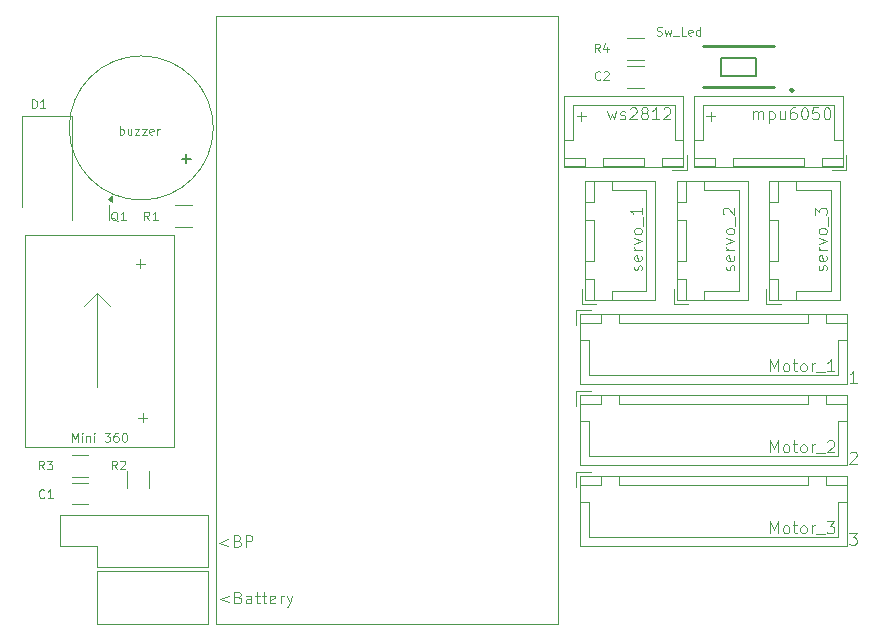
<source format=gbr>
%TF.GenerationSoftware,KiCad,Pcbnew,8.0.4*%
%TF.CreationDate,2024-11-11T23:36:28+01:00*%
%TF.ProjectId,Self balancing cube,53656c66-2062-4616-9c61-6e63696e6720,rev?*%
%TF.SameCoordinates,Original*%
%TF.FileFunction,Legend,Top*%
%TF.FilePolarity,Positive*%
%FSLAX46Y46*%
G04 Gerber Fmt 4.6, Leading zero omitted, Abs format (unit mm)*
G04 Created by KiCad (PCBNEW 8.0.4) date 2024-11-11 23:36:28*
%MOMM*%
%LPD*%
G01*
G04 APERTURE LIST*
%ADD10C,0.100000*%
%ADD11C,0.150000*%
%ADD12C,0.120000*%
%ADD13C,0.254000*%
%ADD14C,0.127000*%
G04 APERTURE END LIST*
D10*
X129794000Y-115316000D02*
X120446800Y-115316000D01*
X120446800Y-113538000D01*
X117246400Y-113538000D01*
X117246400Y-110896400D01*
X129794000Y-110896400D01*
X129794000Y-115316000D01*
X120446800Y-92100400D02*
X121513600Y-93167200D01*
X120446800Y-92100400D02*
X119329200Y-93218000D01*
X120446800Y-100076000D02*
X120446800Y-92100400D01*
X120446800Y-115671600D02*
X129794000Y-115671600D01*
X129794000Y-120142000D01*
X120446800Y-120142000D01*
X120446800Y-115671600D01*
X184739293Y-99699219D02*
X184167865Y-99699219D01*
X184453579Y-99699219D02*
X184453579Y-98699219D01*
X184453579Y-98699219D02*
X184358341Y-98842076D01*
X184358341Y-98842076D02*
X184263103Y-98937314D01*
X184263103Y-98937314D02*
X184167865Y-98984933D01*
X184117046Y-112415219D02*
X184736093Y-112415219D01*
X184736093Y-112415219D02*
X184402760Y-112796171D01*
X184402760Y-112796171D02*
X184545617Y-112796171D01*
X184545617Y-112796171D02*
X184640855Y-112843790D01*
X184640855Y-112843790D02*
X184688474Y-112891409D01*
X184688474Y-112891409D02*
X184736093Y-112986647D01*
X184736093Y-112986647D02*
X184736093Y-113224742D01*
X184736093Y-113224742D02*
X184688474Y-113319980D01*
X184688474Y-113319980D02*
X184640855Y-113367600D01*
X184640855Y-113367600D02*
X184545617Y-113415219D01*
X184545617Y-113415219D02*
X184259903Y-113415219D01*
X184259903Y-113415219D02*
X184164665Y-113367600D01*
X184164665Y-113367600D02*
X184117046Y-113319980D01*
X172007484Y-77159666D02*
X172769389Y-77159666D01*
X172388436Y-77540619D02*
X172388436Y-76778714D01*
X174322800Y-90167734D02*
X174370419Y-90072496D01*
X174370419Y-90072496D02*
X174370419Y-89882020D01*
X174370419Y-89882020D02*
X174322800Y-89786782D01*
X174322800Y-89786782D02*
X174227561Y-89739163D01*
X174227561Y-89739163D02*
X174179942Y-89739163D01*
X174179942Y-89739163D02*
X174084704Y-89786782D01*
X174084704Y-89786782D02*
X174037085Y-89882020D01*
X174037085Y-89882020D02*
X174037085Y-90024877D01*
X174037085Y-90024877D02*
X173989466Y-90120115D01*
X173989466Y-90120115D02*
X173894228Y-90167734D01*
X173894228Y-90167734D02*
X173846609Y-90167734D01*
X173846609Y-90167734D02*
X173751371Y-90120115D01*
X173751371Y-90120115D02*
X173703752Y-90024877D01*
X173703752Y-90024877D02*
X173703752Y-89882020D01*
X173703752Y-89882020D02*
X173751371Y-89786782D01*
X174322800Y-88929639D02*
X174370419Y-89024877D01*
X174370419Y-89024877D02*
X174370419Y-89215353D01*
X174370419Y-89215353D02*
X174322800Y-89310591D01*
X174322800Y-89310591D02*
X174227561Y-89358210D01*
X174227561Y-89358210D02*
X173846609Y-89358210D01*
X173846609Y-89358210D02*
X173751371Y-89310591D01*
X173751371Y-89310591D02*
X173703752Y-89215353D01*
X173703752Y-89215353D02*
X173703752Y-89024877D01*
X173703752Y-89024877D02*
X173751371Y-88929639D01*
X173751371Y-88929639D02*
X173846609Y-88882020D01*
X173846609Y-88882020D02*
X173941847Y-88882020D01*
X173941847Y-88882020D02*
X174037085Y-89358210D01*
X174370419Y-88453448D02*
X173703752Y-88453448D01*
X173894228Y-88453448D02*
X173798990Y-88405829D01*
X173798990Y-88405829D02*
X173751371Y-88358210D01*
X173751371Y-88358210D02*
X173703752Y-88262972D01*
X173703752Y-88262972D02*
X173703752Y-88167734D01*
X173703752Y-87929638D02*
X174370419Y-87691543D01*
X174370419Y-87691543D02*
X173703752Y-87453448D01*
X174370419Y-86929638D02*
X174322800Y-87024876D01*
X174322800Y-87024876D02*
X174275180Y-87072495D01*
X174275180Y-87072495D02*
X174179942Y-87120114D01*
X174179942Y-87120114D02*
X173894228Y-87120114D01*
X173894228Y-87120114D02*
X173798990Y-87072495D01*
X173798990Y-87072495D02*
X173751371Y-87024876D01*
X173751371Y-87024876D02*
X173703752Y-86929638D01*
X173703752Y-86929638D02*
X173703752Y-86786781D01*
X173703752Y-86786781D02*
X173751371Y-86691543D01*
X173751371Y-86691543D02*
X173798990Y-86643924D01*
X173798990Y-86643924D02*
X173894228Y-86596305D01*
X173894228Y-86596305D02*
X174179942Y-86596305D01*
X174179942Y-86596305D02*
X174275180Y-86643924D01*
X174275180Y-86643924D02*
X174322800Y-86691543D01*
X174322800Y-86691543D02*
X174370419Y-86786781D01*
X174370419Y-86786781D02*
X174370419Y-86929638D01*
X174465657Y-86405829D02*
X174465657Y-85643924D01*
X173465657Y-85453447D02*
X173418038Y-85405828D01*
X173418038Y-85405828D02*
X173370419Y-85310590D01*
X173370419Y-85310590D02*
X173370419Y-85072495D01*
X173370419Y-85072495D02*
X173418038Y-84977257D01*
X173418038Y-84977257D02*
X173465657Y-84929638D01*
X173465657Y-84929638D02*
X173560895Y-84882019D01*
X173560895Y-84882019D02*
X173656133Y-84882019D01*
X173656133Y-84882019D02*
X173798990Y-84929638D01*
X173798990Y-84929638D02*
X174370419Y-85501066D01*
X174370419Y-85501066D02*
X174370419Y-84882019D01*
X131570989Y-117722152D02*
X130809084Y-118007866D01*
X130809084Y-118007866D02*
X131570989Y-118293580D01*
X132380512Y-117865009D02*
X132523369Y-117912628D01*
X132523369Y-117912628D02*
X132570988Y-117960247D01*
X132570988Y-117960247D02*
X132618607Y-118055485D01*
X132618607Y-118055485D02*
X132618607Y-118198342D01*
X132618607Y-118198342D02*
X132570988Y-118293580D01*
X132570988Y-118293580D02*
X132523369Y-118341200D01*
X132523369Y-118341200D02*
X132428131Y-118388819D01*
X132428131Y-118388819D02*
X132047179Y-118388819D01*
X132047179Y-118388819D02*
X132047179Y-117388819D01*
X132047179Y-117388819D02*
X132380512Y-117388819D01*
X132380512Y-117388819D02*
X132475750Y-117436438D01*
X132475750Y-117436438D02*
X132523369Y-117484057D01*
X132523369Y-117484057D02*
X132570988Y-117579295D01*
X132570988Y-117579295D02*
X132570988Y-117674533D01*
X132570988Y-117674533D02*
X132523369Y-117769771D01*
X132523369Y-117769771D02*
X132475750Y-117817390D01*
X132475750Y-117817390D02*
X132380512Y-117865009D01*
X132380512Y-117865009D02*
X132047179Y-117865009D01*
X133475750Y-118388819D02*
X133475750Y-117865009D01*
X133475750Y-117865009D02*
X133428131Y-117769771D01*
X133428131Y-117769771D02*
X133332893Y-117722152D01*
X133332893Y-117722152D02*
X133142417Y-117722152D01*
X133142417Y-117722152D02*
X133047179Y-117769771D01*
X133475750Y-118341200D02*
X133380512Y-118388819D01*
X133380512Y-118388819D02*
X133142417Y-118388819D01*
X133142417Y-118388819D02*
X133047179Y-118341200D01*
X133047179Y-118341200D02*
X132999560Y-118245961D01*
X132999560Y-118245961D02*
X132999560Y-118150723D01*
X132999560Y-118150723D02*
X133047179Y-118055485D01*
X133047179Y-118055485D02*
X133142417Y-118007866D01*
X133142417Y-118007866D02*
X133380512Y-118007866D01*
X133380512Y-118007866D02*
X133475750Y-117960247D01*
X133809084Y-117722152D02*
X134190036Y-117722152D01*
X133951941Y-117388819D02*
X133951941Y-118245961D01*
X133951941Y-118245961D02*
X133999560Y-118341200D01*
X133999560Y-118341200D02*
X134094798Y-118388819D01*
X134094798Y-118388819D02*
X134190036Y-118388819D01*
X134380513Y-117722152D02*
X134761465Y-117722152D01*
X134523370Y-117388819D02*
X134523370Y-118245961D01*
X134523370Y-118245961D02*
X134570989Y-118341200D01*
X134570989Y-118341200D02*
X134666227Y-118388819D01*
X134666227Y-118388819D02*
X134761465Y-118388819D01*
X135475751Y-118341200D02*
X135380513Y-118388819D01*
X135380513Y-118388819D02*
X135190037Y-118388819D01*
X135190037Y-118388819D02*
X135094799Y-118341200D01*
X135094799Y-118341200D02*
X135047180Y-118245961D01*
X135047180Y-118245961D02*
X135047180Y-117865009D01*
X135047180Y-117865009D02*
X135094799Y-117769771D01*
X135094799Y-117769771D02*
X135190037Y-117722152D01*
X135190037Y-117722152D02*
X135380513Y-117722152D01*
X135380513Y-117722152D02*
X135475751Y-117769771D01*
X135475751Y-117769771D02*
X135523370Y-117865009D01*
X135523370Y-117865009D02*
X135523370Y-117960247D01*
X135523370Y-117960247D02*
X135047180Y-118055485D01*
X135951942Y-118388819D02*
X135951942Y-117722152D01*
X135951942Y-117912628D02*
X135999561Y-117817390D01*
X135999561Y-117817390D02*
X136047180Y-117769771D01*
X136047180Y-117769771D02*
X136142418Y-117722152D01*
X136142418Y-117722152D02*
X136237656Y-117722152D01*
X136475752Y-117722152D02*
X136713847Y-118388819D01*
X136951942Y-117722152D02*
X136713847Y-118388819D01*
X136713847Y-118388819D02*
X136618609Y-118626914D01*
X136618609Y-118626914D02*
X136570990Y-118674533D01*
X136570990Y-118674533D02*
X136475752Y-118722152D01*
X162978931Y-71734214D02*
X162728931Y-71377071D01*
X162550360Y-71734214D02*
X162550360Y-70984214D01*
X162550360Y-70984214D02*
X162836074Y-70984214D01*
X162836074Y-70984214D02*
X162907503Y-71019928D01*
X162907503Y-71019928D02*
X162943217Y-71055642D01*
X162943217Y-71055642D02*
X162978931Y-71127071D01*
X162978931Y-71127071D02*
X162978931Y-71234214D01*
X162978931Y-71234214D02*
X162943217Y-71305642D01*
X162943217Y-71305642D02*
X162907503Y-71341357D01*
X162907503Y-71341357D02*
X162836074Y-71377071D01*
X162836074Y-71377071D02*
X162550360Y-71377071D01*
X163621789Y-71234214D02*
X163621789Y-71734214D01*
X163443217Y-70948500D02*
X163264646Y-71484214D01*
X163264646Y-71484214D02*
X163728931Y-71484214D01*
X122084931Y-107040214D02*
X121834931Y-106683071D01*
X121656360Y-107040214D02*
X121656360Y-106290214D01*
X121656360Y-106290214D02*
X121942074Y-106290214D01*
X121942074Y-106290214D02*
X122013503Y-106325928D01*
X122013503Y-106325928D02*
X122049217Y-106361642D01*
X122049217Y-106361642D02*
X122084931Y-106433071D01*
X122084931Y-106433071D02*
X122084931Y-106540214D01*
X122084931Y-106540214D02*
X122049217Y-106611642D01*
X122049217Y-106611642D02*
X122013503Y-106647357D01*
X122013503Y-106647357D02*
X121942074Y-106683071D01*
X121942074Y-106683071D02*
X121656360Y-106683071D01*
X122370646Y-106361642D02*
X122406360Y-106325928D01*
X122406360Y-106325928D02*
X122477789Y-106290214D01*
X122477789Y-106290214D02*
X122656360Y-106290214D01*
X122656360Y-106290214D02*
X122727789Y-106325928D01*
X122727789Y-106325928D02*
X122763503Y-106361642D01*
X122763503Y-106361642D02*
X122799217Y-106433071D01*
X122799217Y-106433071D02*
X122799217Y-106504500D01*
X122799217Y-106504500D02*
X122763503Y-106611642D01*
X122763503Y-106611642D02*
X122334931Y-107040214D01*
X122334931Y-107040214D02*
X122799217Y-107040214D01*
X167797846Y-70276100D02*
X167904989Y-70311814D01*
X167904989Y-70311814D02*
X168083560Y-70311814D01*
X168083560Y-70311814D02*
X168154989Y-70276100D01*
X168154989Y-70276100D02*
X168190703Y-70240385D01*
X168190703Y-70240385D02*
X168226417Y-70168957D01*
X168226417Y-70168957D02*
X168226417Y-70097528D01*
X168226417Y-70097528D02*
X168190703Y-70026100D01*
X168190703Y-70026100D02*
X168154989Y-69990385D01*
X168154989Y-69990385D02*
X168083560Y-69954671D01*
X168083560Y-69954671D02*
X167940703Y-69918957D01*
X167940703Y-69918957D02*
X167869274Y-69883242D01*
X167869274Y-69883242D02*
X167833560Y-69847528D01*
X167833560Y-69847528D02*
X167797846Y-69776100D01*
X167797846Y-69776100D02*
X167797846Y-69704671D01*
X167797846Y-69704671D02*
X167833560Y-69633242D01*
X167833560Y-69633242D02*
X167869274Y-69597528D01*
X167869274Y-69597528D02*
X167940703Y-69561814D01*
X167940703Y-69561814D02*
X168119274Y-69561814D01*
X168119274Y-69561814D02*
X168226417Y-69597528D01*
X168476417Y-69811814D02*
X168619275Y-70311814D01*
X168619275Y-70311814D02*
X168762132Y-69954671D01*
X168762132Y-69954671D02*
X168904989Y-70311814D01*
X168904989Y-70311814D02*
X169047846Y-69811814D01*
X169154989Y-70383242D02*
X169726417Y-70383242D01*
X170262132Y-70311814D02*
X169904989Y-70311814D01*
X169904989Y-70311814D02*
X169904989Y-69561814D01*
X170797846Y-70276100D02*
X170726418Y-70311814D01*
X170726418Y-70311814D02*
X170583561Y-70311814D01*
X170583561Y-70311814D02*
X170512132Y-70276100D01*
X170512132Y-70276100D02*
X170476418Y-70204671D01*
X170476418Y-70204671D02*
X170476418Y-69918957D01*
X170476418Y-69918957D02*
X170512132Y-69847528D01*
X170512132Y-69847528D02*
X170583561Y-69811814D01*
X170583561Y-69811814D02*
X170726418Y-69811814D01*
X170726418Y-69811814D02*
X170797846Y-69847528D01*
X170797846Y-69847528D02*
X170833561Y-69918957D01*
X170833561Y-69918957D02*
X170833561Y-69990385D01*
X170833561Y-69990385D02*
X170476418Y-70061814D01*
X171476418Y-70311814D02*
X171476418Y-69561814D01*
X171476418Y-70276100D02*
X171404989Y-70311814D01*
X171404989Y-70311814D02*
X171262132Y-70311814D01*
X171262132Y-70311814D02*
X171190703Y-70276100D01*
X171190703Y-70276100D02*
X171154989Y-70240385D01*
X171154989Y-70240385D02*
X171119275Y-70168957D01*
X171119275Y-70168957D02*
X171119275Y-69954671D01*
X171119275Y-69954671D02*
X171154989Y-69883242D01*
X171154989Y-69883242D02*
X171190703Y-69847528D01*
X171190703Y-69847528D02*
X171262132Y-69811814D01*
X171262132Y-69811814D02*
X171404989Y-69811814D01*
X171404989Y-69811814D02*
X171476418Y-69847528D01*
X124828131Y-85958214D02*
X124578131Y-85601071D01*
X124399560Y-85958214D02*
X124399560Y-85208214D01*
X124399560Y-85208214D02*
X124685274Y-85208214D01*
X124685274Y-85208214D02*
X124756703Y-85243928D01*
X124756703Y-85243928D02*
X124792417Y-85279642D01*
X124792417Y-85279642D02*
X124828131Y-85351071D01*
X124828131Y-85351071D02*
X124828131Y-85458214D01*
X124828131Y-85458214D02*
X124792417Y-85529642D01*
X124792417Y-85529642D02*
X124756703Y-85565357D01*
X124756703Y-85565357D02*
X124685274Y-85601071D01*
X124685274Y-85601071D02*
X124399560Y-85601071D01*
X125542417Y-85958214D02*
X125113846Y-85958214D01*
X125328131Y-85958214D02*
X125328131Y-85208214D01*
X125328131Y-85208214D02*
X125256703Y-85315357D01*
X125256703Y-85315357D02*
X125185274Y-85386785D01*
X125185274Y-85386785D02*
X125113846Y-85422500D01*
X177392684Y-98729219D02*
X177392684Y-97729219D01*
X177392684Y-97729219D02*
X177726017Y-98443504D01*
X177726017Y-98443504D02*
X178059350Y-97729219D01*
X178059350Y-97729219D02*
X178059350Y-98729219D01*
X178678398Y-98729219D02*
X178583160Y-98681600D01*
X178583160Y-98681600D02*
X178535541Y-98633980D01*
X178535541Y-98633980D02*
X178487922Y-98538742D01*
X178487922Y-98538742D02*
X178487922Y-98253028D01*
X178487922Y-98253028D02*
X178535541Y-98157790D01*
X178535541Y-98157790D02*
X178583160Y-98110171D01*
X178583160Y-98110171D02*
X178678398Y-98062552D01*
X178678398Y-98062552D02*
X178821255Y-98062552D01*
X178821255Y-98062552D02*
X178916493Y-98110171D01*
X178916493Y-98110171D02*
X178964112Y-98157790D01*
X178964112Y-98157790D02*
X179011731Y-98253028D01*
X179011731Y-98253028D02*
X179011731Y-98538742D01*
X179011731Y-98538742D02*
X178964112Y-98633980D01*
X178964112Y-98633980D02*
X178916493Y-98681600D01*
X178916493Y-98681600D02*
X178821255Y-98729219D01*
X178821255Y-98729219D02*
X178678398Y-98729219D01*
X179297446Y-98062552D02*
X179678398Y-98062552D01*
X179440303Y-97729219D02*
X179440303Y-98586361D01*
X179440303Y-98586361D02*
X179487922Y-98681600D01*
X179487922Y-98681600D02*
X179583160Y-98729219D01*
X179583160Y-98729219D02*
X179678398Y-98729219D01*
X180154589Y-98729219D02*
X180059351Y-98681600D01*
X180059351Y-98681600D02*
X180011732Y-98633980D01*
X180011732Y-98633980D02*
X179964113Y-98538742D01*
X179964113Y-98538742D02*
X179964113Y-98253028D01*
X179964113Y-98253028D02*
X180011732Y-98157790D01*
X180011732Y-98157790D02*
X180059351Y-98110171D01*
X180059351Y-98110171D02*
X180154589Y-98062552D01*
X180154589Y-98062552D02*
X180297446Y-98062552D01*
X180297446Y-98062552D02*
X180392684Y-98110171D01*
X180392684Y-98110171D02*
X180440303Y-98157790D01*
X180440303Y-98157790D02*
X180487922Y-98253028D01*
X180487922Y-98253028D02*
X180487922Y-98538742D01*
X180487922Y-98538742D02*
X180440303Y-98633980D01*
X180440303Y-98633980D02*
X180392684Y-98681600D01*
X180392684Y-98681600D02*
X180297446Y-98729219D01*
X180297446Y-98729219D02*
X180154589Y-98729219D01*
X180916494Y-98729219D02*
X180916494Y-98062552D01*
X180916494Y-98253028D02*
X180964113Y-98157790D01*
X180964113Y-98157790D02*
X181011732Y-98110171D01*
X181011732Y-98110171D02*
X181106970Y-98062552D01*
X181106970Y-98062552D02*
X181202208Y-98062552D01*
X181297447Y-98824457D02*
X182059351Y-98824457D01*
X182821256Y-98729219D02*
X182249828Y-98729219D01*
X182535542Y-98729219D02*
X182535542Y-97729219D01*
X182535542Y-97729219D02*
X182440304Y-97872076D01*
X182440304Y-97872076D02*
X182345066Y-97967314D01*
X182345066Y-97967314D02*
X182249828Y-98014933D01*
X177392684Y-112445219D02*
X177392684Y-111445219D01*
X177392684Y-111445219D02*
X177726017Y-112159504D01*
X177726017Y-112159504D02*
X178059350Y-111445219D01*
X178059350Y-111445219D02*
X178059350Y-112445219D01*
X178678398Y-112445219D02*
X178583160Y-112397600D01*
X178583160Y-112397600D02*
X178535541Y-112349980D01*
X178535541Y-112349980D02*
X178487922Y-112254742D01*
X178487922Y-112254742D02*
X178487922Y-111969028D01*
X178487922Y-111969028D02*
X178535541Y-111873790D01*
X178535541Y-111873790D02*
X178583160Y-111826171D01*
X178583160Y-111826171D02*
X178678398Y-111778552D01*
X178678398Y-111778552D02*
X178821255Y-111778552D01*
X178821255Y-111778552D02*
X178916493Y-111826171D01*
X178916493Y-111826171D02*
X178964112Y-111873790D01*
X178964112Y-111873790D02*
X179011731Y-111969028D01*
X179011731Y-111969028D02*
X179011731Y-112254742D01*
X179011731Y-112254742D02*
X178964112Y-112349980D01*
X178964112Y-112349980D02*
X178916493Y-112397600D01*
X178916493Y-112397600D02*
X178821255Y-112445219D01*
X178821255Y-112445219D02*
X178678398Y-112445219D01*
X179297446Y-111778552D02*
X179678398Y-111778552D01*
X179440303Y-111445219D02*
X179440303Y-112302361D01*
X179440303Y-112302361D02*
X179487922Y-112397600D01*
X179487922Y-112397600D02*
X179583160Y-112445219D01*
X179583160Y-112445219D02*
X179678398Y-112445219D01*
X180154589Y-112445219D02*
X180059351Y-112397600D01*
X180059351Y-112397600D02*
X180011732Y-112349980D01*
X180011732Y-112349980D02*
X179964113Y-112254742D01*
X179964113Y-112254742D02*
X179964113Y-111969028D01*
X179964113Y-111969028D02*
X180011732Y-111873790D01*
X180011732Y-111873790D02*
X180059351Y-111826171D01*
X180059351Y-111826171D02*
X180154589Y-111778552D01*
X180154589Y-111778552D02*
X180297446Y-111778552D01*
X180297446Y-111778552D02*
X180392684Y-111826171D01*
X180392684Y-111826171D02*
X180440303Y-111873790D01*
X180440303Y-111873790D02*
X180487922Y-111969028D01*
X180487922Y-111969028D02*
X180487922Y-112254742D01*
X180487922Y-112254742D02*
X180440303Y-112349980D01*
X180440303Y-112349980D02*
X180392684Y-112397600D01*
X180392684Y-112397600D02*
X180297446Y-112445219D01*
X180297446Y-112445219D02*
X180154589Y-112445219D01*
X180916494Y-112445219D02*
X180916494Y-111778552D01*
X180916494Y-111969028D02*
X180964113Y-111873790D01*
X180964113Y-111873790D02*
X181011732Y-111826171D01*
X181011732Y-111826171D02*
X181106970Y-111778552D01*
X181106970Y-111778552D02*
X181202208Y-111778552D01*
X181297447Y-112540457D02*
X182059351Y-112540457D01*
X182202209Y-111445219D02*
X182821256Y-111445219D01*
X182821256Y-111445219D02*
X182487923Y-111826171D01*
X182487923Y-111826171D02*
X182630780Y-111826171D01*
X182630780Y-111826171D02*
X182726018Y-111873790D01*
X182726018Y-111873790D02*
X182773637Y-111921409D01*
X182773637Y-111921409D02*
X182821256Y-112016647D01*
X182821256Y-112016647D02*
X182821256Y-112254742D01*
X182821256Y-112254742D02*
X182773637Y-112349980D01*
X182773637Y-112349980D02*
X182726018Y-112397600D01*
X182726018Y-112397600D02*
X182630780Y-112445219D01*
X182630780Y-112445219D02*
X182345066Y-112445219D01*
X182345066Y-112445219D02*
X182249828Y-112397600D01*
X182249828Y-112397600D02*
X182202209Y-112349980D01*
X166499600Y-90167734D02*
X166547219Y-90072496D01*
X166547219Y-90072496D02*
X166547219Y-89882020D01*
X166547219Y-89882020D02*
X166499600Y-89786782D01*
X166499600Y-89786782D02*
X166404361Y-89739163D01*
X166404361Y-89739163D02*
X166356742Y-89739163D01*
X166356742Y-89739163D02*
X166261504Y-89786782D01*
X166261504Y-89786782D02*
X166213885Y-89882020D01*
X166213885Y-89882020D02*
X166213885Y-90024877D01*
X166213885Y-90024877D02*
X166166266Y-90120115D01*
X166166266Y-90120115D02*
X166071028Y-90167734D01*
X166071028Y-90167734D02*
X166023409Y-90167734D01*
X166023409Y-90167734D02*
X165928171Y-90120115D01*
X165928171Y-90120115D02*
X165880552Y-90024877D01*
X165880552Y-90024877D02*
X165880552Y-89882020D01*
X165880552Y-89882020D02*
X165928171Y-89786782D01*
X166499600Y-88929639D02*
X166547219Y-89024877D01*
X166547219Y-89024877D02*
X166547219Y-89215353D01*
X166547219Y-89215353D02*
X166499600Y-89310591D01*
X166499600Y-89310591D02*
X166404361Y-89358210D01*
X166404361Y-89358210D02*
X166023409Y-89358210D01*
X166023409Y-89358210D02*
X165928171Y-89310591D01*
X165928171Y-89310591D02*
X165880552Y-89215353D01*
X165880552Y-89215353D02*
X165880552Y-89024877D01*
X165880552Y-89024877D02*
X165928171Y-88929639D01*
X165928171Y-88929639D02*
X166023409Y-88882020D01*
X166023409Y-88882020D02*
X166118647Y-88882020D01*
X166118647Y-88882020D02*
X166213885Y-89358210D01*
X166547219Y-88453448D02*
X165880552Y-88453448D01*
X166071028Y-88453448D02*
X165975790Y-88405829D01*
X165975790Y-88405829D02*
X165928171Y-88358210D01*
X165928171Y-88358210D02*
X165880552Y-88262972D01*
X165880552Y-88262972D02*
X165880552Y-88167734D01*
X165880552Y-87929638D02*
X166547219Y-87691543D01*
X166547219Y-87691543D02*
X165880552Y-87453448D01*
X166547219Y-86929638D02*
X166499600Y-87024876D01*
X166499600Y-87024876D02*
X166451980Y-87072495D01*
X166451980Y-87072495D02*
X166356742Y-87120114D01*
X166356742Y-87120114D02*
X166071028Y-87120114D01*
X166071028Y-87120114D02*
X165975790Y-87072495D01*
X165975790Y-87072495D02*
X165928171Y-87024876D01*
X165928171Y-87024876D02*
X165880552Y-86929638D01*
X165880552Y-86929638D02*
X165880552Y-86786781D01*
X165880552Y-86786781D02*
X165928171Y-86691543D01*
X165928171Y-86691543D02*
X165975790Y-86643924D01*
X165975790Y-86643924D02*
X166071028Y-86596305D01*
X166071028Y-86596305D02*
X166356742Y-86596305D01*
X166356742Y-86596305D02*
X166451980Y-86643924D01*
X166451980Y-86643924D02*
X166499600Y-86691543D01*
X166499600Y-86691543D02*
X166547219Y-86786781D01*
X166547219Y-86786781D02*
X166547219Y-86929638D01*
X166642457Y-86405829D02*
X166642457Y-85643924D01*
X166547219Y-84882019D02*
X166547219Y-85453447D01*
X166547219Y-85167733D02*
X165547219Y-85167733D01*
X165547219Y-85167733D02*
X165690076Y-85262971D01*
X165690076Y-85262971D02*
X165785314Y-85358209D01*
X165785314Y-85358209D02*
X165832933Y-85453447D01*
X115938131Y-109407185D02*
X115902417Y-109442900D01*
X115902417Y-109442900D02*
X115795274Y-109478614D01*
X115795274Y-109478614D02*
X115723846Y-109478614D01*
X115723846Y-109478614D02*
X115616703Y-109442900D01*
X115616703Y-109442900D02*
X115545274Y-109371471D01*
X115545274Y-109371471D02*
X115509560Y-109300042D01*
X115509560Y-109300042D02*
X115473846Y-109157185D01*
X115473846Y-109157185D02*
X115473846Y-109050042D01*
X115473846Y-109050042D02*
X115509560Y-108907185D01*
X115509560Y-108907185D02*
X115545274Y-108835757D01*
X115545274Y-108835757D02*
X115616703Y-108764328D01*
X115616703Y-108764328D02*
X115723846Y-108728614D01*
X115723846Y-108728614D02*
X115795274Y-108728614D01*
X115795274Y-108728614D02*
X115902417Y-108764328D01*
X115902417Y-108764328D02*
X115938131Y-108800042D01*
X116652417Y-109478614D02*
X116223846Y-109478614D01*
X116438131Y-109478614D02*
X116438131Y-108728614D01*
X116438131Y-108728614D02*
X116366703Y-108835757D01*
X116366703Y-108835757D02*
X116295274Y-108907185D01*
X116295274Y-108907185D02*
X116223846Y-108942900D01*
X122156360Y-86029642D02*
X122084931Y-85993928D01*
X122084931Y-85993928D02*
X122013503Y-85922500D01*
X122013503Y-85922500D02*
X121906360Y-85815357D01*
X121906360Y-85815357D02*
X121834931Y-85779642D01*
X121834931Y-85779642D02*
X121763503Y-85779642D01*
X121799217Y-85958214D02*
X121727789Y-85922500D01*
X121727789Y-85922500D02*
X121656360Y-85851071D01*
X121656360Y-85851071D02*
X121620646Y-85708214D01*
X121620646Y-85708214D02*
X121620646Y-85458214D01*
X121620646Y-85458214D02*
X121656360Y-85315357D01*
X121656360Y-85315357D02*
X121727789Y-85243928D01*
X121727789Y-85243928D02*
X121799217Y-85208214D01*
X121799217Y-85208214D02*
X121942074Y-85208214D01*
X121942074Y-85208214D02*
X122013503Y-85243928D01*
X122013503Y-85243928D02*
X122084931Y-85315357D01*
X122084931Y-85315357D02*
X122120646Y-85458214D01*
X122120646Y-85458214D02*
X122120646Y-85708214D01*
X122120646Y-85708214D02*
X122084931Y-85851071D01*
X122084931Y-85851071D02*
X122013503Y-85922500D01*
X122013503Y-85922500D02*
X121942074Y-85958214D01*
X121942074Y-85958214D02*
X121799217Y-85958214D01*
X122834931Y-85958214D02*
X122406360Y-85958214D01*
X122620645Y-85958214D02*
X122620645Y-85208214D01*
X122620645Y-85208214D02*
X122549217Y-85315357D01*
X122549217Y-85315357D02*
X122477788Y-85386785D01*
X122477788Y-85386785D02*
X122406360Y-85422500D01*
X115887331Y-107040214D02*
X115637331Y-106683071D01*
X115458760Y-107040214D02*
X115458760Y-106290214D01*
X115458760Y-106290214D02*
X115744474Y-106290214D01*
X115744474Y-106290214D02*
X115815903Y-106325928D01*
X115815903Y-106325928D02*
X115851617Y-106361642D01*
X115851617Y-106361642D02*
X115887331Y-106433071D01*
X115887331Y-106433071D02*
X115887331Y-106540214D01*
X115887331Y-106540214D02*
X115851617Y-106611642D01*
X115851617Y-106611642D02*
X115815903Y-106647357D01*
X115815903Y-106647357D02*
X115744474Y-106683071D01*
X115744474Y-106683071D02*
X115458760Y-106683071D01*
X116137331Y-106290214D02*
X116601617Y-106290214D01*
X116601617Y-106290214D02*
X116351617Y-106575928D01*
X116351617Y-106575928D02*
X116458760Y-106575928D01*
X116458760Y-106575928D02*
X116530189Y-106611642D01*
X116530189Y-106611642D02*
X116565903Y-106647357D01*
X116565903Y-106647357D02*
X116601617Y-106718785D01*
X116601617Y-106718785D02*
X116601617Y-106897357D01*
X116601617Y-106897357D02*
X116565903Y-106968785D01*
X116565903Y-106968785D02*
X116530189Y-107004500D01*
X116530189Y-107004500D02*
X116458760Y-107040214D01*
X116458760Y-107040214D02*
X116244474Y-107040214D01*
X116244474Y-107040214D02*
X116173046Y-107004500D01*
X116173046Y-107004500D02*
X116137331Y-106968785D01*
X131520189Y-112946952D02*
X130758284Y-113232666D01*
X130758284Y-113232666D02*
X131520189Y-113518380D01*
X132329712Y-113089809D02*
X132472569Y-113137428D01*
X132472569Y-113137428D02*
X132520188Y-113185047D01*
X132520188Y-113185047D02*
X132567807Y-113280285D01*
X132567807Y-113280285D02*
X132567807Y-113423142D01*
X132567807Y-113423142D02*
X132520188Y-113518380D01*
X132520188Y-113518380D02*
X132472569Y-113566000D01*
X132472569Y-113566000D02*
X132377331Y-113613619D01*
X132377331Y-113613619D02*
X131996379Y-113613619D01*
X131996379Y-113613619D02*
X131996379Y-112613619D01*
X131996379Y-112613619D02*
X132329712Y-112613619D01*
X132329712Y-112613619D02*
X132424950Y-112661238D01*
X132424950Y-112661238D02*
X132472569Y-112708857D01*
X132472569Y-112708857D02*
X132520188Y-112804095D01*
X132520188Y-112804095D02*
X132520188Y-112899333D01*
X132520188Y-112899333D02*
X132472569Y-112994571D01*
X132472569Y-112994571D02*
X132424950Y-113042190D01*
X132424950Y-113042190D02*
X132329712Y-113089809D01*
X132329712Y-113089809D02*
X131996379Y-113089809D01*
X132996379Y-113613619D02*
X132996379Y-112613619D01*
X132996379Y-112613619D02*
X133377331Y-112613619D01*
X133377331Y-112613619D02*
X133472569Y-112661238D01*
X133472569Y-112661238D02*
X133520188Y-112708857D01*
X133520188Y-112708857D02*
X133567807Y-112804095D01*
X133567807Y-112804095D02*
X133567807Y-112946952D01*
X133567807Y-112946952D02*
X133520188Y-113042190D01*
X133520188Y-113042190D02*
X133472569Y-113089809D01*
X133472569Y-113089809D02*
X133377331Y-113137428D01*
X133377331Y-113137428D02*
X132996379Y-113137428D01*
X163632246Y-76726552D02*
X163822722Y-77393219D01*
X163822722Y-77393219D02*
X164013198Y-76917028D01*
X164013198Y-76917028D02*
X164203674Y-77393219D01*
X164203674Y-77393219D02*
X164394150Y-76726552D01*
X164727484Y-77345600D02*
X164822722Y-77393219D01*
X164822722Y-77393219D02*
X165013198Y-77393219D01*
X165013198Y-77393219D02*
X165108436Y-77345600D01*
X165108436Y-77345600D02*
X165156055Y-77250361D01*
X165156055Y-77250361D02*
X165156055Y-77202742D01*
X165156055Y-77202742D02*
X165108436Y-77107504D01*
X165108436Y-77107504D02*
X165013198Y-77059885D01*
X165013198Y-77059885D02*
X164870341Y-77059885D01*
X164870341Y-77059885D02*
X164775103Y-77012266D01*
X164775103Y-77012266D02*
X164727484Y-76917028D01*
X164727484Y-76917028D02*
X164727484Y-76869409D01*
X164727484Y-76869409D02*
X164775103Y-76774171D01*
X164775103Y-76774171D02*
X164870341Y-76726552D01*
X164870341Y-76726552D02*
X165013198Y-76726552D01*
X165013198Y-76726552D02*
X165108436Y-76774171D01*
X165537008Y-76488457D02*
X165584627Y-76440838D01*
X165584627Y-76440838D02*
X165679865Y-76393219D01*
X165679865Y-76393219D02*
X165917960Y-76393219D01*
X165917960Y-76393219D02*
X166013198Y-76440838D01*
X166013198Y-76440838D02*
X166060817Y-76488457D01*
X166060817Y-76488457D02*
X166108436Y-76583695D01*
X166108436Y-76583695D02*
X166108436Y-76678933D01*
X166108436Y-76678933D02*
X166060817Y-76821790D01*
X166060817Y-76821790D02*
X165489389Y-77393219D01*
X165489389Y-77393219D02*
X166108436Y-77393219D01*
X166679865Y-76821790D02*
X166584627Y-76774171D01*
X166584627Y-76774171D02*
X166537008Y-76726552D01*
X166537008Y-76726552D02*
X166489389Y-76631314D01*
X166489389Y-76631314D02*
X166489389Y-76583695D01*
X166489389Y-76583695D02*
X166537008Y-76488457D01*
X166537008Y-76488457D02*
X166584627Y-76440838D01*
X166584627Y-76440838D02*
X166679865Y-76393219D01*
X166679865Y-76393219D02*
X166870341Y-76393219D01*
X166870341Y-76393219D02*
X166965579Y-76440838D01*
X166965579Y-76440838D02*
X167013198Y-76488457D01*
X167013198Y-76488457D02*
X167060817Y-76583695D01*
X167060817Y-76583695D02*
X167060817Y-76631314D01*
X167060817Y-76631314D02*
X167013198Y-76726552D01*
X167013198Y-76726552D02*
X166965579Y-76774171D01*
X166965579Y-76774171D02*
X166870341Y-76821790D01*
X166870341Y-76821790D02*
X166679865Y-76821790D01*
X166679865Y-76821790D02*
X166584627Y-76869409D01*
X166584627Y-76869409D02*
X166537008Y-76917028D01*
X166537008Y-76917028D02*
X166489389Y-77012266D01*
X166489389Y-77012266D02*
X166489389Y-77202742D01*
X166489389Y-77202742D02*
X166537008Y-77297980D01*
X166537008Y-77297980D02*
X166584627Y-77345600D01*
X166584627Y-77345600D02*
X166679865Y-77393219D01*
X166679865Y-77393219D02*
X166870341Y-77393219D01*
X166870341Y-77393219D02*
X166965579Y-77345600D01*
X166965579Y-77345600D02*
X167013198Y-77297980D01*
X167013198Y-77297980D02*
X167060817Y-77202742D01*
X167060817Y-77202742D02*
X167060817Y-77012266D01*
X167060817Y-77012266D02*
X167013198Y-76917028D01*
X167013198Y-76917028D02*
X166965579Y-76869409D01*
X166965579Y-76869409D02*
X166870341Y-76821790D01*
X168013198Y-77393219D02*
X167441770Y-77393219D01*
X167727484Y-77393219D02*
X167727484Y-76393219D01*
X167727484Y-76393219D02*
X167632246Y-76536076D01*
X167632246Y-76536076D02*
X167537008Y-76631314D01*
X167537008Y-76631314D02*
X167441770Y-76678933D01*
X168394151Y-76488457D02*
X168441770Y-76440838D01*
X168441770Y-76440838D02*
X168537008Y-76393219D01*
X168537008Y-76393219D02*
X168775103Y-76393219D01*
X168775103Y-76393219D02*
X168870341Y-76440838D01*
X168870341Y-76440838D02*
X168917960Y-76488457D01*
X168917960Y-76488457D02*
X168965579Y-76583695D01*
X168965579Y-76583695D02*
X168965579Y-76678933D01*
X168965579Y-76678933D02*
X168917960Y-76821790D01*
X168917960Y-76821790D02*
X168346532Y-77393219D01*
X168346532Y-77393219D02*
X168965579Y-77393219D01*
X184167865Y-105652457D02*
X184215484Y-105604838D01*
X184215484Y-105604838D02*
X184310722Y-105557219D01*
X184310722Y-105557219D02*
X184548817Y-105557219D01*
X184548817Y-105557219D02*
X184644055Y-105604838D01*
X184644055Y-105604838D02*
X184691674Y-105652457D01*
X184691674Y-105652457D02*
X184739293Y-105747695D01*
X184739293Y-105747695D02*
X184739293Y-105842933D01*
X184739293Y-105842933D02*
X184691674Y-105985790D01*
X184691674Y-105985790D02*
X184120246Y-106557219D01*
X184120246Y-106557219D02*
X184739293Y-106557219D01*
X123697084Y-89610666D02*
X124458989Y-89610666D01*
X124078036Y-89991619D02*
X124078036Y-89229714D01*
X175970284Y-77393219D02*
X175970284Y-76726552D01*
X175970284Y-76821790D02*
X176017903Y-76774171D01*
X176017903Y-76774171D02*
X176113141Y-76726552D01*
X176113141Y-76726552D02*
X176255998Y-76726552D01*
X176255998Y-76726552D02*
X176351236Y-76774171D01*
X176351236Y-76774171D02*
X176398855Y-76869409D01*
X176398855Y-76869409D02*
X176398855Y-77393219D01*
X176398855Y-76869409D02*
X176446474Y-76774171D01*
X176446474Y-76774171D02*
X176541712Y-76726552D01*
X176541712Y-76726552D02*
X176684569Y-76726552D01*
X176684569Y-76726552D02*
X176779808Y-76774171D01*
X176779808Y-76774171D02*
X176827427Y-76869409D01*
X176827427Y-76869409D02*
X176827427Y-77393219D01*
X177303617Y-76726552D02*
X177303617Y-77726552D01*
X177303617Y-76774171D02*
X177398855Y-76726552D01*
X177398855Y-76726552D02*
X177589331Y-76726552D01*
X177589331Y-76726552D02*
X177684569Y-76774171D01*
X177684569Y-76774171D02*
X177732188Y-76821790D01*
X177732188Y-76821790D02*
X177779807Y-76917028D01*
X177779807Y-76917028D02*
X177779807Y-77202742D01*
X177779807Y-77202742D02*
X177732188Y-77297980D01*
X177732188Y-77297980D02*
X177684569Y-77345600D01*
X177684569Y-77345600D02*
X177589331Y-77393219D01*
X177589331Y-77393219D02*
X177398855Y-77393219D01*
X177398855Y-77393219D02*
X177303617Y-77345600D01*
X178636950Y-76726552D02*
X178636950Y-77393219D01*
X178208379Y-76726552D02*
X178208379Y-77250361D01*
X178208379Y-77250361D02*
X178255998Y-77345600D01*
X178255998Y-77345600D02*
X178351236Y-77393219D01*
X178351236Y-77393219D02*
X178494093Y-77393219D01*
X178494093Y-77393219D02*
X178589331Y-77345600D01*
X178589331Y-77345600D02*
X178636950Y-77297980D01*
X179541712Y-76393219D02*
X179351236Y-76393219D01*
X179351236Y-76393219D02*
X179255998Y-76440838D01*
X179255998Y-76440838D02*
X179208379Y-76488457D01*
X179208379Y-76488457D02*
X179113141Y-76631314D01*
X179113141Y-76631314D02*
X179065522Y-76821790D01*
X179065522Y-76821790D02*
X179065522Y-77202742D01*
X179065522Y-77202742D02*
X179113141Y-77297980D01*
X179113141Y-77297980D02*
X179160760Y-77345600D01*
X179160760Y-77345600D02*
X179255998Y-77393219D01*
X179255998Y-77393219D02*
X179446474Y-77393219D01*
X179446474Y-77393219D02*
X179541712Y-77345600D01*
X179541712Y-77345600D02*
X179589331Y-77297980D01*
X179589331Y-77297980D02*
X179636950Y-77202742D01*
X179636950Y-77202742D02*
X179636950Y-76964647D01*
X179636950Y-76964647D02*
X179589331Y-76869409D01*
X179589331Y-76869409D02*
X179541712Y-76821790D01*
X179541712Y-76821790D02*
X179446474Y-76774171D01*
X179446474Y-76774171D02*
X179255998Y-76774171D01*
X179255998Y-76774171D02*
X179160760Y-76821790D01*
X179160760Y-76821790D02*
X179113141Y-76869409D01*
X179113141Y-76869409D02*
X179065522Y-76964647D01*
X180255998Y-76393219D02*
X180351236Y-76393219D01*
X180351236Y-76393219D02*
X180446474Y-76440838D01*
X180446474Y-76440838D02*
X180494093Y-76488457D01*
X180494093Y-76488457D02*
X180541712Y-76583695D01*
X180541712Y-76583695D02*
X180589331Y-76774171D01*
X180589331Y-76774171D02*
X180589331Y-77012266D01*
X180589331Y-77012266D02*
X180541712Y-77202742D01*
X180541712Y-77202742D02*
X180494093Y-77297980D01*
X180494093Y-77297980D02*
X180446474Y-77345600D01*
X180446474Y-77345600D02*
X180351236Y-77393219D01*
X180351236Y-77393219D02*
X180255998Y-77393219D01*
X180255998Y-77393219D02*
X180160760Y-77345600D01*
X180160760Y-77345600D02*
X180113141Y-77297980D01*
X180113141Y-77297980D02*
X180065522Y-77202742D01*
X180065522Y-77202742D02*
X180017903Y-77012266D01*
X180017903Y-77012266D02*
X180017903Y-76774171D01*
X180017903Y-76774171D02*
X180065522Y-76583695D01*
X180065522Y-76583695D02*
X180113141Y-76488457D01*
X180113141Y-76488457D02*
X180160760Y-76440838D01*
X180160760Y-76440838D02*
X180255998Y-76393219D01*
X181494093Y-76393219D02*
X181017903Y-76393219D01*
X181017903Y-76393219D02*
X180970284Y-76869409D01*
X180970284Y-76869409D02*
X181017903Y-76821790D01*
X181017903Y-76821790D02*
X181113141Y-76774171D01*
X181113141Y-76774171D02*
X181351236Y-76774171D01*
X181351236Y-76774171D02*
X181446474Y-76821790D01*
X181446474Y-76821790D02*
X181494093Y-76869409D01*
X181494093Y-76869409D02*
X181541712Y-76964647D01*
X181541712Y-76964647D02*
X181541712Y-77202742D01*
X181541712Y-77202742D02*
X181494093Y-77297980D01*
X181494093Y-77297980D02*
X181446474Y-77345600D01*
X181446474Y-77345600D02*
X181351236Y-77393219D01*
X181351236Y-77393219D02*
X181113141Y-77393219D01*
X181113141Y-77393219D02*
X181017903Y-77345600D01*
X181017903Y-77345600D02*
X180970284Y-77297980D01*
X182160760Y-76393219D02*
X182255998Y-76393219D01*
X182255998Y-76393219D02*
X182351236Y-76440838D01*
X182351236Y-76440838D02*
X182398855Y-76488457D01*
X182398855Y-76488457D02*
X182446474Y-76583695D01*
X182446474Y-76583695D02*
X182494093Y-76774171D01*
X182494093Y-76774171D02*
X182494093Y-77012266D01*
X182494093Y-77012266D02*
X182446474Y-77202742D01*
X182446474Y-77202742D02*
X182398855Y-77297980D01*
X182398855Y-77297980D02*
X182351236Y-77345600D01*
X182351236Y-77345600D02*
X182255998Y-77393219D01*
X182255998Y-77393219D02*
X182160760Y-77393219D01*
X182160760Y-77393219D02*
X182065522Y-77345600D01*
X182065522Y-77345600D02*
X182017903Y-77297980D01*
X182017903Y-77297980D02*
X181970284Y-77202742D01*
X181970284Y-77202742D02*
X181922665Y-77012266D01*
X181922665Y-77012266D02*
X181922665Y-76774171D01*
X181922665Y-76774171D02*
X181970284Y-76583695D01*
X181970284Y-76583695D02*
X182017903Y-76488457D01*
X182017903Y-76488457D02*
X182065522Y-76440838D01*
X182065522Y-76440838D02*
X182160760Y-76393219D01*
X122316760Y-78693814D02*
X122316760Y-77943814D01*
X122316760Y-78229528D02*
X122388189Y-78193814D01*
X122388189Y-78193814D02*
X122531046Y-78193814D01*
X122531046Y-78193814D02*
X122602474Y-78229528D01*
X122602474Y-78229528D02*
X122638189Y-78265242D01*
X122638189Y-78265242D02*
X122673903Y-78336671D01*
X122673903Y-78336671D02*
X122673903Y-78550957D01*
X122673903Y-78550957D02*
X122638189Y-78622385D01*
X122638189Y-78622385D02*
X122602474Y-78658100D01*
X122602474Y-78658100D02*
X122531046Y-78693814D01*
X122531046Y-78693814D02*
X122388189Y-78693814D01*
X122388189Y-78693814D02*
X122316760Y-78658100D01*
X123316760Y-78193814D02*
X123316760Y-78693814D01*
X122995331Y-78193814D02*
X122995331Y-78586671D01*
X122995331Y-78586671D02*
X123031045Y-78658100D01*
X123031045Y-78658100D02*
X123102474Y-78693814D01*
X123102474Y-78693814D02*
X123209617Y-78693814D01*
X123209617Y-78693814D02*
X123281045Y-78658100D01*
X123281045Y-78658100D02*
X123316760Y-78622385D01*
X123602473Y-78193814D02*
X123995331Y-78193814D01*
X123995331Y-78193814D02*
X123602473Y-78693814D01*
X123602473Y-78693814D02*
X123995331Y-78693814D01*
X124209616Y-78193814D02*
X124602474Y-78193814D01*
X124602474Y-78193814D02*
X124209616Y-78693814D01*
X124209616Y-78693814D02*
X124602474Y-78693814D01*
X125173902Y-78658100D02*
X125102474Y-78693814D01*
X125102474Y-78693814D02*
X124959617Y-78693814D01*
X124959617Y-78693814D02*
X124888188Y-78658100D01*
X124888188Y-78658100D02*
X124852474Y-78586671D01*
X124852474Y-78586671D02*
X124852474Y-78300957D01*
X124852474Y-78300957D02*
X124888188Y-78229528D01*
X124888188Y-78229528D02*
X124959617Y-78193814D01*
X124959617Y-78193814D02*
X125102474Y-78193814D01*
X125102474Y-78193814D02*
X125173902Y-78229528D01*
X125173902Y-78229528D02*
X125209617Y-78300957D01*
X125209617Y-78300957D02*
X125209617Y-78372385D01*
X125209617Y-78372385D02*
X124852474Y-78443814D01*
X125531045Y-78693814D02*
X125531045Y-78193814D01*
X125531045Y-78336671D02*
X125566759Y-78265242D01*
X125566759Y-78265242D02*
X125602474Y-78229528D01*
X125602474Y-78229528D02*
X125673902Y-78193814D01*
X125673902Y-78193814D02*
X125745331Y-78193814D01*
X118303560Y-104703414D02*
X118303560Y-103953414D01*
X118303560Y-103953414D02*
X118553560Y-104489128D01*
X118553560Y-104489128D02*
X118803560Y-103953414D01*
X118803560Y-103953414D02*
X118803560Y-104703414D01*
X119160703Y-104703414D02*
X119160703Y-104203414D01*
X119160703Y-103953414D02*
X119124989Y-103989128D01*
X119124989Y-103989128D02*
X119160703Y-104024842D01*
X119160703Y-104024842D02*
X119196417Y-103989128D01*
X119196417Y-103989128D02*
X119160703Y-103953414D01*
X119160703Y-103953414D02*
X119160703Y-104024842D01*
X119517846Y-104203414D02*
X119517846Y-104703414D01*
X119517846Y-104274842D02*
X119553560Y-104239128D01*
X119553560Y-104239128D02*
X119624989Y-104203414D01*
X119624989Y-104203414D02*
X119732132Y-104203414D01*
X119732132Y-104203414D02*
X119803560Y-104239128D01*
X119803560Y-104239128D02*
X119839275Y-104310557D01*
X119839275Y-104310557D02*
X119839275Y-104703414D01*
X120196417Y-104703414D02*
X120196417Y-104203414D01*
X120196417Y-103953414D02*
X120160703Y-103989128D01*
X120160703Y-103989128D02*
X120196417Y-104024842D01*
X120196417Y-104024842D02*
X120232131Y-103989128D01*
X120232131Y-103989128D02*
X120196417Y-103953414D01*
X120196417Y-103953414D02*
X120196417Y-104024842D01*
X121053560Y-103953414D02*
X121517846Y-103953414D01*
X121517846Y-103953414D02*
X121267846Y-104239128D01*
X121267846Y-104239128D02*
X121374989Y-104239128D01*
X121374989Y-104239128D02*
X121446418Y-104274842D01*
X121446418Y-104274842D02*
X121482132Y-104310557D01*
X121482132Y-104310557D02*
X121517846Y-104381985D01*
X121517846Y-104381985D02*
X121517846Y-104560557D01*
X121517846Y-104560557D02*
X121482132Y-104631985D01*
X121482132Y-104631985D02*
X121446418Y-104667700D01*
X121446418Y-104667700D02*
X121374989Y-104703414D01*
X121374989Y-104703414D02*
X121160703Y-104703414D01*
X121160703Y-104703414D02*
X121089275Y-104667700D01*
X121089275Y-104667700D02*
X121053560Y-104631985D01*
X122160704Y-103953414D02*
X122017846Y-103953414D01*
X122017846Y-103953414D02*
X121946418Y-103989128D01*
X121946418Y-103989128D02*
X121910704Y-104024842D01*
X121910704Y-104024842D02*
X121839275Y-104131985D01*
X121839275Y-104131985D02*
X121803561Y-104274842D01*
X121803561Y-104274842D02*
X121803561Y-104560557D01*
X121803561Y-104560557D02*
X121839275Y-104631985D01*
X121839275Y-104631985D02*
X121874989Y-104667700D01*
X121874989Y-104667700D02*
X121946418Y-104703414D01*
X121946418Y-104703414D02*
X122089275Y-104703414D01*
X122089275Y-104703414D02*
X122160704Y-104667700D01*
X122160704Y-104667700D02*
X122196418Y-104631985D01*
X122196418Y-104631985D02*
X122232132Y-104560557D01*
X122232132Y-104560557D02*
X122232132Y-104381985D01*
X122232132Y-104381985D02*
X122196418Y-104310557D01*
X122196418Y-104310557D02*
X122160704Y-104274842D01*
X122160704Y-104274842D02*
X122089275Y-104239128D01*
X122089275Y-104239128D02*
X121946418Y-104239128D01*
X121946418Y-104239128D02*
X121874989Y-104274842D01*
X121874989Y-104274842D02*
X121839275Y-104310557D01*
X121839275Y-104310557D02*
X121803561Y-104381985D01*
X122696418Y-103953414D02*
X122767847Y-103953414D01*
X122767847Y-103953414D02*
X122839275Y-103989128D01*
X122839275Y-103989128D02*
X122874990Y-104024842D01*
X122874990Y-104024842D02*
X122910704Y-104096271D01*
X122910704Y-104096271D02*
X122946418Y-104239128D01*
X122946418Y-104239128D02*
X122946418Y-104417700D01*
X122946418Y-104417700D02*
X122910704Y-104560557D01*
X122910704Y-104560557D02*
X122874990Y-104631985D01*
X122874990Y-104631985D02*
X122839275Y-104667700D01*
X122839275Y-104667700D02*
X122767847Y-104703414D01*
X122767847Y-104703414D02*
X122696418Y-104703414D01*
X122696418Y-104703414D02*
X122624990Y-104667700D01*
X122624990Y-104667700D02*
X122589275Y-104631985D01*
X122589275Y-104631985D02*
X122553561Y-104560557D01*
X122553561Y-104560557D02*
X122517847Y-104417700D01*
X122517847Y-104417700D02*
X122517847Y-104239128D01*
X122517847Y-104239128D02*
X122553561Y-104096271D01*
X122553561Y-104096271D02*
X122589275Y-104024842D01*
X122589275Y-104024842D02*
X122624990Y-103989128D01*
X122624990Y-103989128D02*
X122696418Y-103953414D01*
X161011484Y-77159666D02*
X161773389Y-77159666D01*
X161392436Y-77540619D02*
X161392436Y-76778714D01*
X177392684Y-105587219D02*
X177392684Y-104587219D01*
X177392684Y-104587219D02*
X177726017Y-105301504D01*
X177726017Y-105301504D02*
X178059350Y-104587219D01*
X178059350Y-104587219D02*
X178059350Y-105587219D01*
X178678398Y-105587219D02*
X178583160Y-105539600D01*
X178583160Y-105539600D02*
X178535541Y-105491980D01*
X178535541Y-105491980D02*
X178487922Y-105396742D01*
X178487922Y-105396742D02*
X178487922Y-105111028D01*
X178487922Y-105111028D02*
X178535541Y-105015790D01*
X178535541Y-105015790D02*
X178583160Y-104968171D01*
X178583160Y-104968171D02*
X178678398Y-104920552D01*
X178678398Y-104920552D02*
X178821255Y-104920552D01*
X178821255Y-104920552D02*
X178916493Y-104968171D01*
X178916493Y-104968171D02*
X178964112Y-105015790D01*
X178964112Y-105015790D02*
X179011731Y-105111028D01*
X179011731Y-105111028D02*
X179011731Y-105396742D01*
X179011731Y-105396742D02*
X178964112Y-105491980D01*
X178964112Y-105491980D02*
X178916493Y-105539600D01*
X178916493Y-105539600D02*
X178821255Y-105587219D01*
X178821255Y-105587219D02*
X178678398Y-105587219D01*
X179297446Y-104920552D02*
X179678398Y-104920552D01*
X179440303Y-104587219D02*
X179440303Y-105444361D01*
X179440303Y-105444361D02*
X179487922Y-105539600D01*
X179487922Y-105539600D02*
X179583160Y-105587219D01*
X179583160Y-105587219D02*
X179678398Y-105587219D01*
X180154589Y-105587219D02*
X180059351Y-105539600D01*
X180059351Y-105539600D02*
X180011732Y-105491980D01*
X180011732Y-105491980D02*
X179964113Y-105396742D01*
X179964113Y-105396742D02*
X179964113Y-105111028D01*
X179964113Y-105111028D02*
X180011732Y-105015790D01*
X180011732Y-105015790D02*
X180059351Y-104968171D01*
X180059351Y-104968171D02*
X180154589Y-104920552D01*
X180154589Y-104920552D02*
X180297446Y-104920552D01*
X180297446Y-104920552D02*
X180392684Y-104968171D01*
X180392684Y-104968171D02*
X180440303Y-105015790D01*
X180440303Y-105015790D02*
X180487922Y-105111028D01*
X180487922Y-105111028D02*
X180487922Y-105396742D01*
X180487922Y-105396742D02*
X180440303Y-105491980D01*
X180440303Y-105491980D02*
X180392684Y-105539600D01*
X180392684Y-105539600D02*
X180297446Y-105587219D01*
X180297446Y-105587219D02*
X180154589Y-105587219D01*
X180916494Y-105587219D02*
X180916494Y-104920552D01*
X180916494Y-105111028D02*
X180964113Y-105015790D01*
X180964113Y-105015790D02*
X181011732Y-104968171D01*
X181011732Y-104968171D02*
X181106970Y-104920552D01*
X181106970Y-104920552D02*
X181202208Y-104920552D01*
X181297447Y-105682457D02*
X182059351Y-105682457D01*
X182249828Y-104682457D02*
X182297447Y-104634838D01*
X182297447Y-104634838D02*
X182392685Y-104587219D01*
X182392685Y-104587219D02*
X182630780Y-104587219D01*
X182630780Y-104587219D02*
X182726018Y-104634838D01*
X182726018Y-104634838D02*
X182773637Y-104682457D01*
X182773637Y-104682457D02*
X182821256Y-104777695D01*
X182821256Y-104777695D02*
X182821256Y-104872933D01*
X182821256Y-104872933D02*
X182773637Y-105015790D01*
X182773637Y-105015790D02*
X182202209Y-105587219D01*
X182202209Y-105587219D02*
X182821256Y-105587219D01*
X123900284Y-102646778D02*
X124662189Y-102646778D01*
X124281236Y-103027731D02*
X124281236Y-102265826D01*
X182146000Y-90167734D02*
X182193619Y-90072496D01*
X182193619Y-90072496D02*
X182193619Y-89882020D01*
X182193619Y-89882020D02*
X182146000Y-89786782D01*
X182146000Y-89786782D02*
X182050761Y-89739163D01*
X182050761Y-89739163D02*
X182003142Y-89739163D01*
X182003142Y-89739163D02*
X181907904Y-89786782D01*
X181907904Y-89786782D02*
X181860285Y-89882020D01*
X181860285Y-89882020D02*
X181860285Y-90024877D01*
X181860285Y-90024877D02*
X181812666Y-90120115D01*
X181812666Y-90120115D02*
X181717428Y-90167734D01*
X181717428Y-90167734D02*
X181669809Y-90167734D01*
X181669809Y-90167734D02*
X181574571Y-90120115D01*
X181574571Y-90120115D02*
X181526952Y-90024877D01*
X181526952Y-90024877D02*
X181526952Y-89882020D01*
X181526952Y-89882020D02*
X181574571Y-89786782D01*
X182146000Y-88929639D02*
X182193619Y-89024877D01*
X182193619Y-89024877D02*
X182193619Y-89215353D01*
X182193619Y-89215353D02*
X182146000Y-89310591D01*
X182146000Y-89310591D02*
X182050761Y-89358210D01*
X182050761Y-89358210D02*
X181669809Y-89358210D01*
X181669809Y-89358210D02*
X181574571Y-89310591D01*
X181574571Y-89310591D02*
X181526952Y-89215353D01*
X181526952Y-89215353D02*
X181526952Y-89024877D01*
X181526952Y-89024877D02*
X181574571Y-88929639D01*
X181574571Y-88929639D02*
X181669809Y-88882020D01*
X181669809Y-88882020D02*
X181765047Y-88882020D01*
X181765047Y-88882020D02*
X181860285Y-89358210D01*
X182193619Y-88453448D02*
X181526952Y-88453448D01*
X181717428Y-88453448D02*
X181622190Y-88405829D01*
X181622190Y-88405829D02*
X181574571Y-88358210D01*
X181574571Y-88358210D02*
X181526952Y-88262972D01*
X181526952Y-88262972D02*
X181526952Y-88167734D01*
X181526952Y-87929638D02*
X182193619Y-87691543D01*
X182193619Y-87691543D02*
X181526952Y-87453448D01*
X182193619Y-86929638D02*
X182146000Y-87024876D01*
X182146000Y-87024876D02*
X182098380Y-87072495D01*
X182098380Y-87072495D02*
X182003142Y-87120114D01*
X182003142Y-87120114D02*
X181717428Y-87120114D01*
X181717428Y-87120114D02*
X181622190Y-87072495D01*
X181622190Y-87072495D02*
X181574571Y-87024876D01*
X181574571Y-87024876D02*
X181526952Y-86929638D01*
X181526952Y-86929638D02*
X181526952Y-86786781D01*
X181526952Y-86786781D02*
X181574571Y-86691543D01*
X181574571Y-86691543D02*
X181622190Y-86643924D01*
X181622190Y-86643924D02*
X181717428Y-86596305D01*
X181717428Y-86596305D02*
X182003142Y-86596305D01*
X182003142Y-86596305D02*
X182098380Y-86643924D01*
X182098380Y-86643924D02*
X182146000Y-86691543D01*
X182146000Y-86691543D02*
X182193619Y-86786781D01*
X182193619Y-86786781D02*
X182193619Y-86929638D01*
X182288857Y-86405829D02*
X182288857Y-85643924D01*
X181193619Y-85501066D02*
X181193619Y-84882019D01*
X181193619Y-84882019D02*
X181574571Y-85215352D01*
X181574571Y-85215352D02*
X181574571Y-85072495D01*
X181574571Y-85072495D02*
X181622190Y-84977257D01*
X181622190Y-84977257D02*
X181669809Y-84929638D01*
X181669809Y-84929638D02*
X181765047Y-84882019D01*
X181765047Y-84882019D02*
X182003142Y-84882019D01*
X182003142Y-84882019D02*
X182098380Y-84929638D01*
X182098380Y-84929638D02*
X182146000Y-84977257D01*
X182146000Y-84977257D02*
X182193619Y-85072495D01*
X182193619Y-85072495D02*
X182193619Y-85358209D01*
X182193619Y-85358209D02*
X182146000Y-85453447D01*
X182146000Y-85453447D02*
X182098380Y-85501066D01*
X114899960Y-76458614D02*
X114899960Y-75708614D01*
X114899960Y-75708614D02*
X115078531Y-75708614D01*
X115078531Y-75708614D02*
X115185674Y-75744328D01*
X115185674Y-75744328D02*
X115257103Y-75815757D01*
X115257103Y-75815757D02*
X115292817Y-75887185D01*
X115292817Y-75887185D02*
X115328531Y-76030042D01*
X115328531Y-76030042D02*
X115328531Y-76137185D01*
X115328531Y-76137185D02*
X115292817Y-76280042D01*
X115292817Y-76280042D02*
X115257103Y-76351471D01*
X115257103Y-76351471D02*
X115185674Y-76422900D01*
X115185674Y-76422900D02*
X115078531Y-76458614D01*
X115078531Y-76458614D02*
X114899960Y-76458614D01*
X116042817Y-76458614D02*
X115614246Y-76458614D01*
X115828531Y-76458614D02*
X115828531Y-75708614D01*
X115828531Y-75708614D02*
X115757103Y-75815757D01*
X115757103Y-75815757D02*
X115685674Y-75887185D01*
X115685674Y-75887185D02*
X115614246Y-75922900D01*
X163029731Y-73999585D02*
X162994017Y-74035300D01*
X162994017Y-74035300D02*
X162886874Y-74071014D01*
X162886874Y-74071014D02*
X162815446Y-74071014D01*
X162815446Y-74071014D02*
X162708303Y-74035300D01*
X162708303Y-74035300D02*
X162636874Y-73963871D01*
X162636874Y-73963871D02*
X162601160Y-73892442D01*
X162601160Y-73892442D02*
X162565446Y-73749585D01*
X162565446Y-73749585D02*
X162565446Y-73642442D01*
X162565446Y-73642442D02*
X162601160Y-73499585D01*
X162601160Y-73499585D02*
X162636874Y-73428157D01*
X162636874Y-73428157D02*
X162708303Y-73356728D01*
X162708303Y-73356728D02*
X162815446Y-73321014D01*
X162815446Y-73321014D02*
X162886874Y-73321014D01*
X162886874Y-73321014D02*
X162994017Y-73356728D01*
X162994017Y-73356728D02*
X163029731Y-73392442D01*
X163315446Y-73392442D02*
X163351160Y-73356728D01*
X163351160Y-73356728D02*
X163422589Y-73321014D01*
X163422589Y-73321014D02*
X163601160Y-73321014D01*
X163601160Y-73321014D02*
X163672589Y-73356728D01*
X163672589Y-73356728D02*
X163708303Y-73392442D01*
X163708303Y-73392442D02*
X163744017Y-73463871D01*
X163744017Y-73463871D02*
X163744017Y-73535300D01*
X163744017Y-73535300D02*
X163708303Y-73642442D01*
X163708303Y-73642442D02*
X163279731Y-74071014D01*
X163279731Y-74071014D02*
X163744017Y-74071014D01*
D11*
X127584248Y-80744266D02*
X128346153Y-80744266D01*
X127965200Y-81125219D02*
X127965200Y-80363314D01*
D12*
%TO.C,C1*%
X119684852Y-108157600D02*
X118262348Y-108157600D01*
X119684852Y-109977600D02*
X118262348Y-109977600D01*
%TO.C,J8*%
X160998400Y-107282800D02*
X160998400Y-108532800D01*
X161288400Y-107572800D02*
X161288400Y-113542800D01*
X161288400Y-113542800D02*
X183908400Y-113542800D01*
X161298400Y-107582800D02*
X161298400Y-108332800D01*
X161298400Y-108332800D02*
X163098400Y-108332800D01*
X161298400Y-109832800D02*
X162048400Y-109832800D01*
X162048400Y-109832800D02*
X162048400Y-112782800D01*
X162048400Y-112782800D02*
X172598400Y-112782800D01*
X162248400Y-107282800D02*
X160998400Y-107282800D01*
X163098400Y-107582800D02*
X161298400Y-107582800D01*
X163098400Y-108332800D02*
X163098400Y-107582800D01*
X164598400Y-107582800D02*
X164598400Y-108332800D01*
X164598400Y-108332800D02*
X180598400Y-108332800D01*
X180598400Y-107582800D02*
X164598400Y-107582800D01*
X180598400Y-108332800D02*
X180598400Y-107582800D01*
X182098400Y-107582800D02*
X182098400Y-108332800D01*
X182098400Y-108332800D02*
X183898400Y-108332800D01*
X183148400Y-109832800D02*
X183148400Y-112782800D01*
X183148400Y-112782800D02*
X172598400Y-112782800D01*
X183898400Y-107582800D02*
X182098400Y-107582800D01*
X183898400Y-108332800D02*
X183898400Y-107582800D01*
X183898400Y-109832800D02*
X183148400Y-109832800D01*
X183908400Y-107572800D02*
X161288400Y-107572800D01*
X183908400Y-113542800D02*
X183908400Y-107572800D01*
%TO.C,C2*%
X165301348Y-72902400D02*
X166723852Y-72902400D01*
X165301348Y-74722400D02*
X166723852Y-74722400D01*
%TO.C,J10*%
X169234000Y-91770000D02*
X169234000Y-93020000D01*
X169234000Y-93020000D02*
X170484000Y-93020000D01*
X169524000Y-82610000D02*
X169524000Y-92730000D01*
X169524000Y-92730000D02*
X175494000Y-92730000D01*
X169534000Y-82620000D02*
X169534000Y-84420000D01*
X169534000Y-84420000D02*
X170284000Y-84420000D01*
X169534000Y-85920000D02*
X169534000Y-89420000D01*
X169534000Y-89420000D02*
X170284000Y-89420000D01*
X169534000Y-90920000D02*
X169534000Y-92720000D01*
X169534000Y-92720000D02*
X170284000Y-92720000D01*
X170284000Y-82620000D02*
X169534000Y-82620000D01*
X170284000Y-84420000D02*
X170284000Y-82620000D01*
X170284000Y-85920000D02*
X169534000Y-85920000D01*
X170284000Y-89420000D02*
X170284000Y-85920000D01*
X170284000Y-90920000D02*
X169534000Y-90920000D01*
X170284000Y-92720000D02*
X170284000Y-90920000D01*
X171784000Y-82620000D02*
X171784000Y-83370000D01*
X171784000Y-83370000D02*
X174734000Y-83370000D01*
X171784000Y-91970000D02*
X174734000Y-91970000D01*
X171784000Y-92720000D02*
X171784000Y-91970000D01*
X174734000Y-83370000D02*
X174734000Y-87670000D01*
X174734000Y-91970000D02*
X174734000Y-87670000D01*
X175494000Y-82610000D02*
X169524000Y-82610000D01*
X175494000Y-92730000D02*
X175494000Y-82610000D01*
%TO.C,J9*%
X161434000Y-91770000D02*
X161434000Y-93020000D01*
X161434000Y-93020000D02*
X162684000Y-93020000D01*
X161724000Y-82610000D02*
X161724000Y-92730000D01*
X161724000Y-92730000D02*
X167694000Y-92730000D01*
X161734000Y-82620000D02*
X161734000Y-84420000D01*
X161734000Y-84420000D02*
X162484000Y-84420000D01*
X161734000Y-85920000D02*
X161734000Y-89420000D01*
X161734000Y-89420000D02*
X162484000Y-89420000D01*
X161734000Y-90920000D02*
X161734000Y-92720000D01*
X161734000Y-92720000D02*
X162484000Y-92720000D01*
X162484000Y-82620000D02*
X161734000Y-82620000D01*
X162484000Y-84420000D02*
X162484000Y-82620000D01*
X162484000Y-85920000D02*
X161734000Y-85920000D01*
X162484000Y-89420000D02*
X162484000Y-85920000D01*
X162484000Y-90920000D02*
X161734000Y-90920000D01*
X162484000Y-92720000D02*
X162484000Y-90920000D01*
X163984000Y-82620000D02*
X163984000Y-83370000D01*
X163984000Y-83370000D02*
X166934000Y-83370000D01*
X163984000Y-91970000D02*
X166934000Y-91970000D01*
X163984000Y-92720000D02*
X163984000Y-91970000D01*
X166934000Y-83370000D02*
X166934000Y-87670000D01*
X166934000Y-91970000D02*
X166934000Y-87670000D01*
X167694000Y-82610000D02*
X161724000Y-82610000D01*
X167694000Y-92730000D02*
X167694000Y-82610000D01*
%TO.C,J11*%
X177034000Y-91770000D02*
X177034000Y-93020000D01*
X177034000Y-93020000D02*
X178284000Y-93020000D01*
X177324000Y-82610000D02*
X177324000Y-92730000D01*
X177324000Y-92730000D02*
X183294000Y-92730000D01*
X177334000Y-82620000D02*
X177334000Y-84420000D01*
X177334000Y-84420000D02*
X178084000Y-84420000D01*
X177334000Y-85920000D02*
X177334000Y-89420000D01*
X177334000Y-89420000D02*
X178084000Y-89420000D01*
X177334000Y-90920000D02*
X177334000Y-92720000D01*
X177334000Y-92720000D02*
X178084000Y-92720000D01*
X178084000Y-82620000D02*
X177334000Y-82620000D01*
X178084000Y-84420000D02*
X178084000Y-82620000D01*
X178084000Y-85920000D02*
X177334000Y-85920000D01*
X178084000Y-89420000D02*
X178084000Y-85920000D01*
X178084000Y-90920000D02*
X177334000Y-90920000D01*
X178084000Y-92720000D02*
X178084000Y-90920000D01*
X179584000Y-82620000D02*
X179584000Y-83370000D01*
X179584000Y-83370000D02*
X182534000Y-83370000D01*
X179584000Y-91970000D02*
X182534000Y-91970000D01*
X179584000Y-92720000D02*
X179584000Y-91970000D01*
X182534000Y-83370000D02*
X182534000Y-87670000D01*
X182534000Y-91970000D02*
X182534000Y-87670000D01*
X183294000Y-82610000D02*
X177324000Y-82610000D01*
X183294000Y-92730000D02*
X183294000Y-82610000D01*
%TO.C,J7*%
X161001600Y-100424800D02*
X161001600Y-101674800D01*
X161291600Y-100714800D02*
X161291600Y-106684800D01*
X161291600Y-106684800D02*
X183911600Y-106684800D01*
X161301600Y-100724800D02*
X161301600Y-101474800D01*
X161301600Y-101474800D02*
X163101600Y-101474800D01*
X161301600Y-102974800D02*
X162051600Y-102974800D01*
X162051600Y-102974800D02*
X162051600Y-105924800D01*
X162051600Y-105924800D02*
X172601600Y-105924800D01*
X162251600Y-100424800D02*
X161001600Y-100424800D01*
X163101600Y-100724800D02*
X161301600Y-100724800D01*
X163101600Y-101474800D02*
X163101600Y-100724800D01*
X164601600Y-100724800D02*
X164601600Y-101474800D01*
X164601600Y-101474800D02*
X180601600Y-101474800D01*
X180601600Y-100724800D02*
X164601600Y-100724800D01*
X180601600Y-101474800D02*
X180601600Y-100724800D01*
X182101600Y-100724800D02*
X182101600Y-101474800D01*
X182101600Y-101474800D02*
X183901600Y-101474800D01*
X183151600Y-102974800D02*
X183151600Y-105924800D01*
X183151600Y-105924800D02*
X172601600Y-105924800D01*
X183901600Y-100724800D02*
X182101600Y-100724800D01*
X183901600Y-101474800D02*
X183901600Y-100724800D01*
X183901600Y-102974800D02*
X183151600Y-102974800D01*
X183911600Y-100714800D02*
X161291600Y-100714800D01*
X183911600Y-106684800D02*
X183911600Y-100714800D01*
%TO.C,R2*%
X122991200Y-108610452D02*
X122991200Y-107187948D01*
X124811200Y-108610452D02*
X124811200Y-107187948D01*
%TO.C,Q1*%
X118291300Y-85293200D02*
X118291300Y-84643200D01*
X118291300Y-85293200D02*
X118291300Y-85943200D01*
X121411300Y-85293200D02*
X121411300Y-84643200D01*
X121411300Y-85293200D02*
X121411300Y-85943200D01*
X121691300Y-84370700D02*
X121361300Y-84130700D01*
X121691300Y-83890700D01*
X121691300Y-84370700D01*
G36*
X121691300Y-84370700D02*
G01*
X121361300Y-84130700D01*
X121691300Y-83890700D01*
X121691300Y-84370700D01*
G37*
%TO.C,U1*%
D10*
X114274200Y-87206000D02*
X126924200Y-87206000D01*
X126924200Y-105136000D01*
X114274200Y-105136000D01*
X114274200Y-87206000D01*
D12*
%TO.C,R4*%
X165265536Y-70532800D02*
X166719664Y-70532800D01*
X165265536Y-72352800D02*
X166719664Y-72352800D01*
%TO.C,J6*%
X161001600Y-93566800D02*
X161001600Y-94816800D01*
X161291600Y-93856800D02*
X161291600Y-99826800D01*
X161291600Y-99826800D02*
X183911600Y-99826800D01*
X161301600Y-93866800D02*
X161301600Y-94616800D01*
X161301600Y-94616800D02*
X163101600Y-94616800D01*
X161301600Y-96116800D02*
X162051600Y-96116800D01*
X162051600Y-96116800D02*
X162051600Y-99066800D01*
X162051600Y-99066800D02*
X172601600Y-99066800D01*
X162251600Y-93566800D02*
X161001600Y-93566800D01*
X163101600Y-93866800D02*
X161301600Y-93866800D01*
X163101600Y-94616800D02*
X163101600Y-93866800D01*
X164601600Y-93866800D02*
X164601600Y-94616800D01*
X164601600Y-94616800D02*
X180601600Y-94616800D01*
X180601600Y-93866800D02*
X164601600Y-93866800D01*
X180601600Y-94616800D02*
X180601600Y-93866800D01*
X182101600Y-93866800D02*
X182101600Y-94616800D01*
X182101600Y-94616800D02*
X183901600Y-94616800D01*
X183151600Y-96116800D02*
X183151600Y-99066800D01*
X183151600Y-99066800D02*
X172601600Y-99066800D01*
X183901600Y-93866800D02*
X182101600Y-93866800D01*
X183901600Y-94616800D02*
X183901600Y-93866800D01*
X183901600Y-96116800D02*
X183151600Y-96116800D01*
X183911600Y-93856800D02*
X161291600Y-93856800D01*
X183911600Y-99826800D02*
X183911600Y-93856800D01*
%TO.C,R3*%
X119684852Y-105820800D02*
X118262348Y-105820800D01*
X119684852Y-107640800D02*
X118262348Y-107640800D01*
%TO.C,R1*%
X128478364Y-84688000D02*
X127024236Y-84688000D01*
X128478364Y-86508000D02*
X127024236Y-86508000D01*
%TO.C,D1*%
X114029600Y-77128400D02*
X114029600Y-84788400D01*
X118329600Y-77128400D02*
X114029600Y-77128400D01*
X118329600Y-77128400D02*
X118329600Y-84788400D01*
%TO.C,J12*%
X170943600Y-75433200D02*
X170943600Y-81403200D01*
X170943600Y-81403200D02*
X183563600Y-81403200D01*
X170953600Y-79143200D02*
X171703600Y-79143200D01*
X170953600Y-80643200D02*
X170953600Y-81393200D01*
X170953600Y-81393200D02*
X172753600Y-81393200D01*
X171703600Y-76193200D02*
X177253600Y-76193200D01*
X171703600Y-79143200D02*
X171703600Y-76193200D01*
X172753600Y-80643200D02*
X170953600Y-80643200D01*
X172753600Y-81393200D02*
X172753600Y-80643200D01*
X174253600Y-80643200D02*
X174253600Y-81393200D01*
X174253600Y-81393200D02*
X180253600Y-81393200D01*
X180253600Y-80643200D02*
X174253600Y-80643200D01*
X180253600Y-81393200D02*
X180253600Y-80643200D01*
X181753600Y-80643200D02*
X181753600Y-81393200D01*
X181753600Y-81393200D02*
X183553600Y-81393200D01*
X182603600Y-81693200D02*
X183853600Y-81693200D01*
X182803600Y-76193200D02*
X177253600Y-76193200D01*
X182803600Y-79143200D02*
X182803600Y-76193200D01*
X183553600Y-79143200D02*
X182803600Y-79143200D01*
X183553600Y-80643200D02*
X181753600Y-80643200D01*
X183553600Y-81393200D02*
X183553600Y-80643200D01*
X183563600Y-75433200D02*
X170943600Y-75433200D01*
X183563600Y-81403200D02*
X183563600Y-75433200D01*
X183853600Y-81693200D02*
X183853600Y-80443200D01*
%TO.C,J13*%
X159947600Y-75433200D02*
X159947600Y-81403200D01*
X159947600Y-81403200D02*
X170067600Y-81403200D01*
X159957600Y-79143200D02*
X160707600Y-79143200D01*
X159957600Y-80643200D02*
X159957600Y-81393200D01*
X159957600Y-81393200D02*
X161757600Y-81393200D01*
X160707600Y-76193200D02*
X165007600Y-76193200D01*
X160707600Y-79143200D02*
X160707600Y-76193200D01*
X161757600Y-80643200D02*
X159957600Y-80643200D01*
X161757600Y-81393200D02*
X161757600Y-80643200D01*
X163257600Y-80643200D02*
X163257600Y-81393200D01*
X163257600Y-81393200D02*
X166757600Y-81393200D01*
X166757600Y-80643200D02*
X163257600Y-80643200D01*
X166757600Y-81393200D02*
X166757600Y-80643200D01*
X168257600Y-80643200D02*
X168257600Y-81393200D01*
X168257600Y-81393200D02*
X170057600Y-81393200D01*
X169107600Y-81693200D02*
X170357600Y-81693200D01*
X169307600Y-76193200D02*
X165007600Y-76193200D01*
X169307600Y-79143200D02*
X169307600Y-76193200D01*
X170057600Y-79143200D02*
X169307600Y-79143200D01*
X170057600Y-80643200D02*
X168257600Y-80643200D01*
X170057600Y-81393200D02*
X170057600Y-80643200D01*
X170067600Y-75433200D02*
X159947600Y-75433200D01*
X170067600Y-81403200D02*
X170067600Y-75433200D01*
X170357600Y-81693200D02*
X170357600Y-80443200D01*
%TO.C,BZ1*%
X130255200Y-78130400D02*
G75*
G02*
X118055200Y-78130400I-6100000J0D01*
G01*
X118055200Y-78130400D02*
G75*
G02*
X130255200Y-78130400I6100000J0D01*
G01*
D10*
%TO.C,U2*%
X130452600Y-68616200D02*
X159422600Y-68616200D01*
X130452600Y-120116200D02*
X130452600Y-68616200D01*
X159422600Y-68616200D02*
X159422600Y-120116200D01*
X159422600Y-120116200D02*
X130452600Y-120116200D01*
D13*
%TO.C,SW2*%
X171701200Y-74698800D02*
X177701200Y-74698800D01*
D14*
X173201200Y-72198800D02*
X173201200Y-73698800D01*
X173201200Y-73698800D02*
X176201200Y-73698800D01*
X176201200Y-72198800D02*
X173201200Y-72198800D01*
X176201200Y-73698800D02*
X176201200Y-72198800D01*
D13*
X177701200Y-71198800D02*
X171701200Y-71198800D01*
X179378200Y-74948800D02*
G75*
G02*
X179124200Y-74948800I-127000J0D01*
G01*
X179124200Y-74948800D02*
G75*
G02*
X179378200Y-74948800I127000J0D01*
G01*
%TD*%
M02*

</source>
